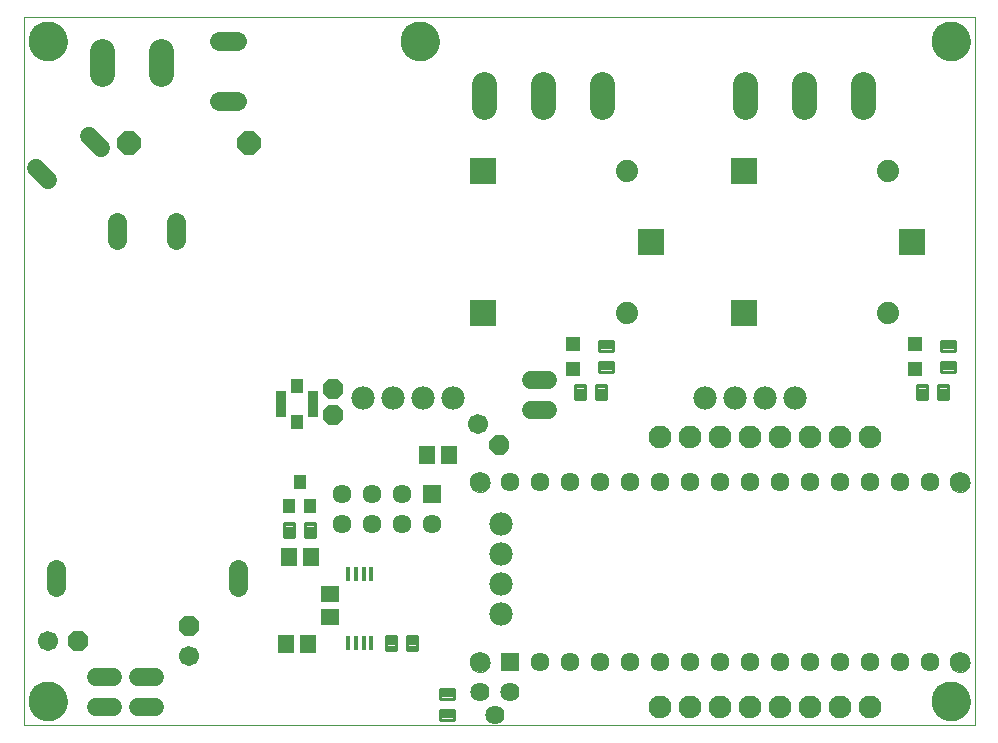
<source format=gts>
G75*
%MOIN*%
%OFA0B0*%
%FSLAX25Y25*%
%IPPOS*%
%LPD*%
%AMOC8*
5,1,8,0,0,1.08239X$1,22.5*
%
%ADD10C,0.00000*%
%ADD11C,0.12998*%
%ADD12R,0.06337X0.06337*%
%ADD13C,0.06337*%
%ADD14C,0.01340*%
%ADD15C,0.06700*%
%ADD16R,0.05518X0.06306*%
%ADD17OC8,0.06700*%
%ADD18R,0.04400X0.04900*%
%ADD19C,0.01100*%
%ADD20R,0.03746X0.09061*%
%ADD21R,0.04337X0.04534*%
%ADD22R,0.09000X0.09000*%
%ADD23C,0.07400*%
%ADD24C,0.08200*%
%ADD25R,0.05124X0.05124*%
%ADD26C,0.07600*%
%ADD27C,0.06337*%
%ADD28C,0.06000*%
%ADD29C,0.06400*%
%ADD30C,0.06900*%
%ADD31C,0.07800*%
%ADD32R,0.01778X0.05124*%
%ADD33R,0.06306X0.05518*%
%ADD34OC8,0.08000*%
%ADD35C,0.06400*%
D10*
X0006435Y0031850D02*
X0323435Y0031850D01*
X0323435Y0267850D01*
X0006435Y0267850D01*
X0006435Y0031850D01*
X0008136Y0039850D02*
X0008138Y0040008D01*
X0008144Y0040166D01*
X0008154Y0040324D01*
X0008168Y0040482D01*
X0008186Y0040639D01*
X0008207Y0040796D01*
X0008233Y0040952D01*
X0008263Y0041108D01*
X0008296Y0041263D01*
X0008334Y0041416D01*
X0008375Y0041569D01*
X0008420Y0041721D01*
X0008469Y0041872D01*
X0008522Y0042021D01*
X0008578Y0042169D01*
X0008638Y0042315D01*
X0008702Y0042460D01*
X0008770Y0042603D01*
X0008841Y0042745D01*
X0008915Y0042885D01*
X0008993Y0043022D01*
X0009075Y0043158D01*
X0009159Y0043292D01*
X0009248Y0043423D01*
X0009339Y0043552D01*
X0009434Y0043679D01*
X0009531Y0043804D01*
X0009632Y0043926D01*
X0009736Y0044045D01*
X0009843Y0044162D01*
X0009953Y0044276D01*
X0010066Y0044387D01*
X0010181Y0044496D01*
X0010299Y0044601D01*
X0010420Y0044703D01*
X0010543Y0044803D01*
X0010669Y0044899D01*
X0010797Y0044992D01*
X0010927Y0045082D01*
X0011060Y0045168D01*
X0011195Y0045252D01*
X0011331Y0045331D01*
X0011470Y0045408D01*
X0011611Y0045480D01*
X0011753Y0045550D01*
X0011897Y0045615D01*
X0012043Y0045677D01*
X0012190Y0045735D01*
X0012339Y0045790D01*
X0012489Y0045841D01*
X0012640Y0045888D01*
X0012792Y0045931D01*
X0012945Y0045970D01*
X0013100Y0046006D01*
X0013255Y0046037D01*
X0013411Y0046065D01*
X0013567Y0046089D01*
X0013724Y0046109D01*
X0013882Y0046125D01*
X0014039Y0046137D01*
X0014198Y0046145D01*
X0014356Y0046149D01*
X0014514Y0046149D01*
X0014672Y0046145D01*
X0014831Y0046137D01*
X0014988Y0046125D01*
X0015146Y0046109D01*
X0015303Y0046089D01*
X0015459Y0046065D01*
X0015615Y0046037D01*
X0015770Y0046006D01*
X0015925Y0045970D01*
X0016078Y0045931D01*
X0016230Y0045888D01*
X0016381Y0045841D01*
X0016531Y0045790D01*
X0016680Y0045735D01*
X0016827Y0045677D01*
X0016973Y0045615D01*
X0017117Y0045550D01*
X0017259Y0045480D01*
X0017400Y0045408D01*
X0017539Y0045331D01*
X0017675Y0045252D01*
X0017810Y0045168D01*
X0017943Y0045082D01*
X0018073Y0044992D01*
X0018201Y0044899D01*
X0018327Y0044803D01*
X0018450Y0044703D01*
X0018571Y0044601D01*
X0018689Y0044496D01*
X0018804Y0044387D01*
X0018917Y0044276D01*
X0019027Y0044162D01*
X0019134Y0044045D01*
X0019238Y0043926D01*
X0019339Y0043804D01*
X0019436Y0043679D01*
X0019531Y0043552D01*
X0019622Y0043423D01*
X0019711Y0043292D01*
X0019795Y0043158D01*
X0019877Y0043022D01*
X0019955Y0042885D01*
X0020029Y0042745D01*
X0020100Y0042603D01*
X0020168Y0042460D01*
X0020232Y0042315D01*
X0020292Y0042169D01*
X0020348Y0042021D01*
X0020401Y0041872D01*
X0020450Y0041721D01*
X0020495Y0041569D01*
X0020536Y0041416D01*
X0020574Y0041263D01*
X0020607Y0041108D01*
X0020637Y0040952D01*
X0020663Y0040796D01*
X0020684Y0040639D01*
X0020702Y0040482D01*
X0020716Y0040324D01*
X0020726Y0040166D01*
X0020732Y0040008D01*
X0020734Y0039850D01*
X0020732Y0039692D01*
X0020726Y0039534D01*
X0020716Y0039376D01*
X0020702Y0039218D01*
X0020684Y0039061D01*
X0020663Y0038904D01*
X0020637Y0038748D01*
X0020607Y0038592D01*
X0020574Y0038437D01*
X0020536Y0038284D01*
X0020495Y0038131D01*
X0020450Y0037979D01*
X0020401Y0037828D01*
X0020348Y0037679D01*
X0020292Y0037531D01*
X0020232Y0037385D01*
X0020168Y0037240D01*
X0020100Y0037097D01*
X0020029Y0036955D01*
X0019955Y0036815D01*
X0019877Y0036678D01*
X0019795Y0036542D01*
X0019711Y0036408D01*
X0019622Y0036277D01*
X0019531Y0036148D01*
X0019436Y0036021D01*
X0019339Y0035896D01*
X0019238Y0035774D01*
X0019134Y0035655D01*
X0019027Y0035538D01*
X0018917Y0035424D01*
X0018804Y0035313D01*
X0018689Y0035204D01*
X0018571Y0035099D01*
X0018450Y0034997D01*
X0018327Y0034897D01*
X0018201Y0034801D01*
X0018073Y0034708D01*
X0017943Y0034618D01*
X0017810Y0034532D01*
X0017675Y0034448D01*
X0017539Y0034369D01*
X0017400Y0034292D01*
X0017259Y0034220D01*
X0017117Y0034150D01*
X0016973Y0034085D01*
X0016827Y0034023D01*
X0016680Y0033965D01*
X0016531Y0033910D01*
X0016381Y0033859D01*
X0016230Y0033812D01*
X0016078Y0033769D01*
X0015925Y0033730D01*
X0015770Y0033694D01*
X0015615Y0033663D01*
X0015459Y0033635D01*
X0015303Y0033611D01*
X0015146Y0033591D01*
X0014988Y0033575D01*
X0014831Y0033563D01*
X0014672Y0033555D01*
X0014514Y0033551D01*
X0014356Y0033551D01*
X0014198Y0033555D01*
X0014039Y0033563D01*
X0013882Y0033575D01*
X0013724Y0033591D01*
X0013567Y0033611D01*
X0013411Y0033635D01*
X0013255Y0033663D01*
X0013100Y0033694D01*
X0012945Y0033730D01*
X0012792Y0033769D01*
X0012640Y0033812D01*
X0012489Y0033859D01*
X0012339Y0033910D01*
X0012190Y0033965D01*
X0012043Y0034023D01*
X0011897Y0034085D01*
X0011753Y0034150D01*
X0011611Y0034220D01*
X0011470Y0034292D01*
X0011331Y0034369D01*
X0011195Y0034448D01*
X0011060Y0034532D01*
X0010927Y0034618D01*
X0010797Y0034708D01*
X0010669Y0034801D01*
X0010543Y0034897D01*
X0010420Y0034997D01*
X0010299Y0035099D01*
X0010181Y0035204D01*
X0010066Y0035313D01*
X0009953Y0035424D01*
X0009843Y0035538D01*
X0009736Y0035655D01*
X0009632Y0035774D01*
X0009531Y0035896D01*
X0009434Y0036021D01*
X0009339Y0036148D01*
X0009248Y0036277D01*
X0009159Y0036408D01*
X0009075Y0036542D01*
X0008993Y0036678D01*
X0008915Y0036815D01*
X0008841Y0036955D01*
X0008770Y0037097D01*
X0008702Y0037240D01*
X0008638Y0037385D01*
X0008578Y0037531D01*
X0008522Y0037679D01*
X0008469Y0037828D01*
X0008420Y0037979D01*
X0008375Y0038131D01*
X0008334Y0038284D01*
X0008296Y0038437D01*
X0008263Y0038592D01*
X0008233Y0038748D01*
X0008207Y0038904D01*
X0008186Y0039061D01*
X0008168Y0039218D01*
X0008154Y0039376D01*
X0008144Y0039534D01*
X0008138Y0039692D01*
X0008136Y0039850D01*
X0155185Y0052850D02*
X0155187Y0052963D01*
X0155193Y0053077D01*
X0155203Y0053190D01*
X0155217Y0053302D01*
X0155234Y0053414D01*
X0155256Y0053526D01*
X0155282Y0053636D01*
X0155311Y0053746D01*
X0155344Y0053854D01*
X0155381Y0053962D01*
X0155422Y0054067D01*
X0155466Y0054172D01*
X0155514Y0054275D01*
X0155565Y0054376D01*
X0155620Y0054475D01*
X0155679Y0054572D01*
X0155741Y0054667D01*
X0155806Y0054760D01*
X0155874Y0054851D01*
X0155945Y0054939D01*
X0156020Y0055025D01*
X0156097Y0055108D01*
X0156177Y0055188D01*
X0156260Y0055265D01*
X0156346Y0055340D01*
X0156434Y0055411D01*
X0156525Y0055479D01*
X0156618Y0055544D01*
X0156713Y0055606D01*
X0156810Y0055665D01*
X0156909Y0055720D01*
X0157010Y0055771D01*
X0157113Y0055819D01*
X0157218Y0055863D01*
X0157323Y0055904D01*
X0157431Y0055941D01*
X0157539Y0055974D01*
X0157649Y0056003D01*
X0157759Y0056029D01*
X0157871Y0056051D01*
X0157983Y0056068D01*
X0158095Y0056082D01*
X0158208Y0056092D01*
X0158322Y0056098D01*
X0158435Y0056100D01*
X0158548Y0056098D01*
X0158662Y0056092D01*
X0158775Y0056082D01*
X0158887Y0056068D01*
X0158999Y0056051D01*
X0159111Y0056029D01*
X0159221Y0056003D01*
X0159331Y0055974D01*
X0159439Y0055941D01*
X0159547Y0055904D01*
X0159652Y0055863D01*
X0159757Y0055819D01*
X0159860Y0055771D01*
X0159961Y0055720D01*
X0160060Y0055665D01*
X0160157Y0055606D01*
X0160252Y0055544D01*
X0160345Y0055479D01*
X0160436Y0055411D01*
X0160524Y0055340D01*
X0160610Y0055265D01*
X0160693Y0055188D01*
X0160773Y0055108D01*
X0160850Y0055025D01*
X0160925Y0054939D01*
X0160996Y0054851D01*
X0161064Y0054760D01*
X0161129Y0054667D01*
X0161191Y0054572D01*
X0161250Y0054475D01*
X0161305Y0054376D01*
X0161356Y0054275D01*
X0161404Y0054172D01*
X0161448Y0054067D01*
X0161489Y0053962D01*
X0161526Y0053854D01*
X0161559Y0053746D01*
X0161588Y0053636D01*
X0161614Y0053526D01*
X0161636Y0053414D01*
X0161653Y0053302D01*
X0161667Y0053190D01*
X0161677Y0053077D01*
X0161683Y0052963D01*
X0161685Y0052850D01*
X0161683Y0052737D01*
X0161677Y0052623D01*
X0161667Y0052510D01*
X0161653Y0052398D01*
X0161636Y0052286D01*
X0161614Y0052174D01*
X0161588Y0052064D01*
X0161559Y0051954D01*
X0161526Y0051846D01*
X0161489Y0051738D01*
X0161448Y0051633D01*
X0161404Y0051528D01*
X0161356Y0051425D01*
X0161305Y0051324D01*
X0161250Y0051225D01*
X0161191Y0051128D01*
X0161129Y0051033D01*
X0161064Y0050940D01*
X0160996Y0050849D01*
X0160925Y0050761D01*
X0160850Y0050675D01*
X0160773Y0050592D01*
X0160693Y0050512D01*
X0160610Y0050435D01*
X0160524Y0050360D01*
X0160436Y0050289D01*
X0160345Y0050221D01*
X0160252Y0050156D01*
X0160157Y0050094D01*
X0160060Y0050035D01*
X0159961Y0049980D01*
X0159860Y0049929D01*
X0159757Y0049881D01*
X0159652Y0049837D01*
X0159547Y0049796D01*
X0159439Y0049759D01*
X0159331Y0049726D01*
X0159221Y0049697D01*
X0159111Y0049671D01*
X0158999Y0049649D01*
X0158887Y0049632D01*
X0158775Y0049618D01*
X0158662Y0049608D01*
X0158548Y0049602D01*
X0158435Y0049600D01*
X0158322Y0049602D01*
X0158208Y0049608D01*
X0158095Y0049618D01*
X0157983Y0049632D01*
X0157871Y0049649D01*
X0157759Y0049671D01*
X0157649Y0049697D01*
X0157539Y0049726D01*
X0157431Y0049759D01*
X0157323Y0049796D01*
X0157218Y0049837D01*
X0157113Y0049881D01*
X0157010Y0049929D01*
X0156909Y0049980D01*
X0156810Y0050035D01*
X0156713Y0050094D01*
X0156618Y0050156D01*
X0156525Y0050221D01*
X0156434Y0050289D01*
X0156346Y0050360D01*
X0156260Y0050435D01*
X0156177Y0050512D01*
X0156097Y0050592D01*
X0156020Y0050675D01*
X0155945Y0050761D01*
X0155874Y0050849D01*
X0155806Y0050940D01*
X0155741Y0051033D01*
X0155679Y0051128D01*
X0155620Y0051225D01*
X0155565Y0051324D01*
X0155514Y0051425D01*
X0155466Y0051528D01*
X0155422Y0051633D01*
X0155381Y0051738D01*
X0155344Y0051846D01*
X0155311Y0051954D01*
X0155282Y0052064D01*
X0155256Y0052174D01*
X0155234Y0052286D01*
X0155217Y0052398D01*
X0155203Y0052510D01*
X0155193Y0052623D01*
X0155187Y0052737D01*
X0155185Y0052850D01*
X0155185Y0112850D02*
X0155187Y0112963D01*
X0155193Y0113077D01*
X0155203Y0113190D01*
X0155217Y0113302D01*
X0155234Y0113414D01*
X0155256Y0113526D01*
X0155282Y0113636D01*
X0155311Y0113746D01*
X0155344Y0113854D01*
X0155381Y0113962D01*
X0155422Y0114067D01*
X0155466Y0114172D01*
X0155514Y0114275D01*
X0155565Y0114376D01*
X0155620Y0114475D01*
X0155679Y0114572D01*
X0155741Y0114667D01*
X0155806Y0114760D01*
X0155874Y0114851D01*
X0155945Y0114939D01*
X0156020Y0115025D01*
X0156097Y0115108D01*
X0156177Y0115188D01*
X0156260Y0115265D01*
X0156346Y0115340D01*
X0156434Y0115411D01*
X0156525Y0115479D01*
X0156618Y0115544D01*
X0156713Y0115606D01*
X0156810Y0115665D01*
X0156909Y0115720D01*
X0157010Y0115771D01*
X0157113Y0115819D01*
X0157218Y0115863D01*
X0157323Y0115904D01*
X0157431Y0115941D01*
X0157539Y0115974D01*
X0157649Y0116003D01*
X0157759Y0116029D01*
X0157871Y0116051D01*
X0157983Y0116068D01*
X0158095Y0116082D01*
X0158208Y0116092D01*
X0158322Y0116098D01*
X0158435Y0116100D01*
X0158548Y0116098D01*
X0158662Y0116092D01*
X0158775Y0116082D01*
X0158887Y0116068D01*
X0158999Y0116051D01*
X0159111Y0116029D01*
X0159221Y0116003D01*
X0159331Y0115974D01*
X0159439Y0115941D01*
X0159547Y0115904D01*
X0159652Y0115863D01*
X0159757Y0115819D01*
X0159860Y0115771D01*
X0159961Y0115720D01*
X0160060Y0115665D01*
X0160157Y0115606D01*
X0160252Y0115544D01*
X0160345Y0115479D01*
X0160436Y0115411D01*
X0160524Y0115340D01*
X0160610Y0115265D01*
X0160693Y0115188D01*
X0160773Y0115108D01*
X0160850Y0115025D01*
X0160925Y0114939D01*
X0160996Y0114851D01*
X0161064Y0114760D01*
X0161129Y0114667D01*
X0161191Y0114572D01*
X0161250Y0114475D01*
X0161305Y0114376D01*
X0161356Y0114275D01*
X0161404Y0114172D01*
X0161448Y0114067D01*
X0161489Y0113962D01*
X0161526Y0113854D01*
X0161559Y0113746D01*
X0161588Y0113636D01*
X0161614Y0113526D01*
X0161636Y0113414D01*
X0161653Y0113302D01*
X0161667Y0113190D01*
X0161677Y0113077D01*
X0161683Y0112963D01*
X0161685Y0112850D01*
X0161683Y0112737D01*
X0161677Y0112623D01*
X0161667Y0112510D01*
X0161653Y0112398D01*
X0161636Y0112286D01*
X0161614Y0112174D01*
X0161588Y0112064D01*
X0161559Y0111954D01*
X0161526Y0111846D01*
X0161489Y0111738D01*
X0161448Y0111633D01*
X0161404Y0111528D01*
X0161356Y0111425D01*
X0161305Y0111324D01*
X0161250Y0111225D01*
X0161191Y0111128D01*
X0161129Y0111033D01*
X0161064Y0110940D01*
X0160996Y0110849D01*
X0160925Y0110761D01*
X0160850Y0110675D01*
X0160773Y0110592D01*
X0160693Y0110512D01*
X0160610Y0110435D01*
X0160524Y0110360D01*
X0160436Y0110289D01*
X0160345Y0110221D01*
X0160252Y0110156D01*
X0160157Y0110094D01*
X0160060Y0110035D01*
X0159961Y0109980D01*
X0159860Y0109929D01*
X0159757Y0109881D01*
X0159652Y0109837D01*
X0159547Y0109796D01*
X0159439Y0109759D01*
X0159331Y0109726D01*
X0159221Y0109697D01*
X0159111Y0109671D01*
X0158999Y0109649D01*
X0158887Y0109632D01*
X0158775Y0109618D01*
X0158662Y0109608D01*
X0158548Y0109602D01*
X0158435Y0109600D01*
X0158322Y0109602D01*
X0158208Y0109608D01*
X0158095Y0109618D01*
X0157983Y0109632D01*
X0157871Y0109649D01*
X0157759Y0109671D01*
X0157649Y0109697D01*
X0157539Y0109726D01*
X0157431Y0109759D01*
X0157323Y0109796D01*
X0157218Y0109837D01*
X0157113Y0109881D01*
X0157010Y0109929D01*
X0156909Y0109980D01*
X0156810Y0110035D01*
X0156713Y0110094D01*
X0156618Y0110156D01*
X0156525Y0110221D01*
X0156434Y0110289D01*
X0156346Y0110360D01*
X0156260Y0110435D01*
X0156177Y0110512D01*
X0156097Y0110592D01*
X0156020Y0110675D01*
X0155945Y0110761D01*
X0155874Y0110849D01*
X0155806Y0110940D01*
X0155741Y0111033D01*
X0155679Y0111128D01*
X0155620Y0111225D01*
X0155565Y0111324D01*
X0155514Y0111425D01*
X0155466Y0111528D01*
X0155422Y0111633D01*
X0155381Y0111738D01*
X0155344Y0111846D01*
X0155311Y0111954D01*
X0155282Y0112064D01*
X0155256Y0112174D01*
X0155234Y0112286D01*
X0155217Y0112398D01*
X0155203Y0112510D01*
X0155193Y0112623D01*
X0155187Y0112737D01*
X0155185Y0112850D01*
X0309136Y0039850D02*
X0309138Y0040008D01*
X0309144Y0040166D01*
X0309154Y0040324D01*
X0309168Y0040482D01*
X0309186Y0040639D01*
X0309207Y0040796D01*
X0309233Y0040952D01*
X0309263Y0041108D01*
X0309296Y0041263D01*
X0309334Y0041416D01*
X0309375Y0041569D01*
X0309420Y0041721D01*
X0309469Y0041872D01*
X0309522Y0042021D01*
X0309578Y0042169D01*
X0309638Y0042315D01*
X0309702Y0042460D01*
X0309770Y0042603D01*
X0309841Y0042745D01*
X0309915Y0042885D01*
X0309993Y0043022D01*
X0310075Y0043158D01*
X0310159Y0043292D01*
X0310248Y0043423D01*
X0310339Y0043552D01*
X0310434Y0043679D01*
X0310531Y0043804D01*
X0310632Y0043926D01*
X0310736Y0044045D01*
X0310843Y0044162D01*
X0310953Y0044276D01*
X0311066Y0044387D01*
X0311181Y0044496D01*
X0311299Y0044601D01*
X0311420Y0044703D01*
X0311543Y0044803D01*
X0311669Y0044899D01*
X0311797Y0044992D01*
X0311927Y0045082D01*
X0312060Y0045168D01*
X0312195Y0045252D01*
X0312331Y0045331D01*
X0312470Y0045408D01*
X0312611Y0045480D01*
X0312753Y0045550D01*
X0312897Y0045615D01*
X0313043Y0045677D01*
X0313190Y0045735D01*
X0313339Y0045790D01*
X0313489Y0045841D01*
X0313640Y0045888D01*
X0313792Y0045931D01*
X0313945Y0045970D01*
X0314100Y0046006D01*
X0314255Y0046037D01*
X0314411Y0046065D01*
X0314567Y0046089D01*
X0314724Y0046109D01*
X0314882Y0046125D01*
X0315039Y0046137D01*
X0315198Y0046145D01*
X0315356Y0046149D01*
X0315514Y0046149D01*
X0315672Y0046145D01*
X0315831Y0046137D01*
X0315988Y0046125D01*
X0316146Y0046109D01*
X0316303Y0046089D01*
X0316459Y0046065D01*
X0316615Y0046037D01*
X0316770Y0046006D01*
X0316925Y0045970D01*
X0317078Y0045931D01*
X0317230Y0045888D01*
X0317381Y0045841D01*
X0317531Y0045790D01*
X0317680Y0045735D01*
X0317827Y0045677D01*
X0317973Y0045615D01*
X0318117Y0045550D01*
X0318259Y0045480D01*
X0318400Y0045408D01*
X0318539Y0045331D01*
X0318675Y0045252D01*
X0318810Y0045168D01*
X0318943Y0045082D01*
X0319073Y0044992D01*
X0319201Y0044899D01*
X0319327Y0044803D01*
X0319450Y0044703D01*
X0319571Y0044601D01*
X0319689Y0044496D01*
X0319804Y0044387D01*
X0319917Y0044276D01*
X0320027Y0044162D01*
X0320134Y0044045D01*
X0320238Y0043926D01*
X0320339Y0043804D01*
X0320436Y0043679D01*
X0320531Y0043552D01*
X0320622Y0043423D01*
X0320711Y0043292D01*
X0320795Y0043158D01*
X0320877Y0043022D01*
X0320955Y0042885D01*
X0321029Y0042745D01*
X0321100Y0042603D01*
X0321168Y0042460D01*
X0321232Y0042315D01*
X0321292Y0042169D01*
X0321348Y0042021D01*
X0321401Y0041872D01*
X0321450Y0041721D01*
X0321495Y0041569D01*
X0321536Y0041416D01*
X0321574Y0041263D01*
X0321607Y0041108D01*
X0321637Y0040952D01*
X0321663Y0040796D01*
X0321684Y0040639D01*
X0321702Y0040482D01*
X0321716Y0040324D01*
X0321726Y0040166D01*
X0321732Y0040008D01*
X0321734Y0039850D01*
X0321732Y0039692D01*
X0321726Y0039534D01*
X0321716Y0039376D01*
X0321702Y0039218D01*
X0321684Y0039061D01*
X0321663Y0038904D01*
X0321637Y0038748D01*
X0321607Y0038592D01*
X0321574Y0038437D01*
X0321536Y0038284D01*
X0321495Y0038131D01*
X0321450Y0037979D01*
X0321401Y0037828D01*
X0321348Y0037679D01*
X0321292Y0037531D01*
X0321232Y0037385D01*
X0321168Y0037240D01*
X0321100Y0037097D01*
X0321029Y0036955D01*
X0320955Y0036815D01*
X0320877Y0036678D01*
X0320795Y0036542D01*
X0320711Y0036408D01*
X0320622Y0036277D01*
X0320531Y0036148D01*
X0320436Y0036021D01*
X0320339Y0035896D01*
X0320238Y0035774D01*
X0320134Y0035655D01*
X0320027Y0035538D01*
X0319917Y0035424D01*
X0319804Y0035313D01*
X0319689Y0035204D01*
X0319571Y0035099D01*
X0319450Y0034997D01*
X0319327Y0034897D01*
X0319201Y0034801D01*
X0319073Y0034708D01*
X0318943Y0034618D01*
X0318810Y0034532D01*
X0318675Y0034448D01*
X0318539Y0034369D01*
X0318400Y0034292D01*
X0318259Y0034220D01*
X0318117Y0034150D01*
X0317973Y0034085D01*
X0317827Y0034023D01*
X0317680Y0033965D01*
X0317531Y0033910D01*
X0317381Y0033859D01*
X0317230Y0033812D01*
X0317078Y0033769D01*
X0316925Y0033730D01*
X0316770Y0033694D01*
X0316615Y0033663D01*
X0316459Y0033635D01*
X0316303Y0033611D01*
X0316146Y0033591D01*
X0315988Y0033575D01*
X0315831Y0033563D01*
X0315672Y0033555D01*
X0315514Y0033551D01*
X0315356Y0033551D01*
X0315198Y0033555D01*
X0315039Y0033563D01*
X0314882Y0033575D01*
X0314724Y0033591D01*
X0314567Y0033611D01*
X0314411Y0033635D01*
X0314255Y0033663D01*
X0314100Y0033694D01*
X0313945Y0033730D01*
X0313792Y0033769D01*
X0313640Y0033812D01*
X0313489Y0033859D01*
X0313339Y0033910D01*
X0313190Y0033965D01*
X0313043Y0034023D01*
X0312897Y0034085D01*
X0312753Y0034150D01*
X0312611Y0034220D01*
X0312470Y0034292D01*
X0312331Y0034369D01*
X0312195Y0034448D01*
X0312060Y0034532D01*
X0311927Y0034618D01*
X0311797Y0034708D01*
X0311669Y0034801D01*
X0311543Y0034897D01*
X0311420Y0034997D01*
X0311299Y0035099D01*
X0311181Y0035204D01*
X0311066Y0035313D01*
X0310953Y0035424D01*
X0310843Y0035538D01*
X0310736Y0035655D01*
X0310632Y0035774D01*
X0310531Y0035896D01*
X0310434Y0036021D01*
X0310339Y0036148D01*
X0310248Y0036277D01*
X0310159Y0036408D01*
X0310075Y0036542D01*
X0309993Y0036678D01*
X0309915Y0036815D01*
X0309841Y0036955D01*
X0309770Y0037097D01*
X0309702Y0037240D01*
X0309638Y0037385D01*
X0309578Y0037531D01*
X0309522Y0037679D01*
X0309469Y0037828D01*
X0309420Y0037979D01*
X0309375Y0038131D01*
X0309334Y0038284D01*
X0309296Y0038437D01*
X0309263Y0038592D01*
X0309233Y0038748D01*
X0309207Y0038904D01*
X0309186Y0039061D01*
X0309168Y0039218D01*
X0309154Y0039376D01*
X0309144Y0039534D01*
X0309138Y0039692D01*
X0309136Y0039850D01*
X0315185Y0052850D02*
X0315187Y0052963D01*
X0315193Y0053077D01*
X0315203Y0053190D01*
X0315217Y0053302D01*
X0315234Y0053414D01*
X0315256Y0053526D01*
X0315282Y0053636D01*
X0315311Y0053746D01*
X0315344Y0053854D01*
X0315381Y0053962D01*
X0315422Y0054067D01*
X0315466Y0054172D01*
X0315514Y0054275D01*
X0315565Y0054376D01*
X0315620Y0054475D01*
X0315679Y0054572D01*
X0315741Y0054667D01*
X0315806Y0054760D01*
X0315874Y0054851D01*
X0315945Y0054939D01*
X0316020Y0055025D01*
X0316097Y0055108D01*
X0316177Y0055188D01*
X0316260Y0055265D01*
X0316346Y0055340D01*
X0316434Y0055411D01*
X0316525Y0055479D01*
X0316618Y0055544D01*
X0316713Y0055606D01*
X0316810Y0055665D01*
X0316909Y0055720D01*
X0317010Y0055771D01*
X0317113Y0055819D01*
X0317218Y0055863D01*
X0317323Y0055904D01*
X0317431Y0055941D01*
X0317539Y0055974D01*
X0317649Y0056003D01*
X0317759Y0056029D01*
X0317871Y0056051D01*
X0317983Y0056068D01*
X0318095Y0056082D01*
X0318208Y0056092D01*
X0318322Y0056098D01*
X0318435Y0056100D01*
X0318548Y0056098D01*
X0318662Y0056092D01*
X0318775Y0056082D01*
X0318887Y0056068D01*
X0318999Y0056051D01*
X0319111Y0056029D01*
X0319221Y0056003D01*
X0319331Y0055974D01*
X0319439Y0055941D01*
X0319547Y0055904D01*
X0319652Y0055863D01*
X0319757Y0055819D01*
X0319860Y0055771D01*
X0319961Y0055720D01*
X0320060Y0055665D01*
X0320157Y0055606D01*
X0320252Y0055544D01*
X0320345Y0055479D01*
X0320436Y0055411D01*
X0320524Y0055340D01*
X0320610Y0055265D01*
X0320693Y0055188D01*
X0320773Y0055108D01*
X0320850Y0055025D01*
X0320925Y0054939D01*
X0320996Y0054851D01*
X0321064Y0054760D01*
X0321129Y0054667D01*
X0321191Y0054572D01*
X0321250Y0054475D01*
X0321305Y0054376D01*
X0321356Y0054275D01*
X0321404Y0054172D01*
X0321448Y0054067D01*
X0321489Y0053962D01*
X0321526Y0053854D01*
X0321559Y0053746D01*
X0321588Y0053636D01*
X0321614Y0053526D01*
X0321636Y0053414D01*
X0321653Y0053302D01*
X0321667Y0053190D01*
X0321677Y0053077D01*
X0321683Y0052963D01*
X0321685Y0052850D01*
X0321683Y0052737D01*
X0321677Y0052623D01*
X0321667Y0052510D01*
X0321653Y0052398D01*
X0321636Y0052286D01*
X0321614Y0052174D01*
X0321588Y0052064D01*
X0321559Y0051954D01*
X0321526Y0051846D01*
X0321489Y0051738D01*
X0321448Y0051633D01*
X0321404Y0051528D01*
X0321356Y0051425D01*
X0321305Y0051324D01*
X0321250Y0051225D01*
X0321191Y0051128D01*
X0321129Y0051033D01*
X0321064Y0050940D01*
X0320996Y0050849D01*
X0320925Y0050761D01*
X0320850Y0050675D01*
X0320773Y0050592D01*
X0320693Y0050512D01*
X0320610Y0050435D01*
X0320524Y0050360D01*
X0320436Y0050289D01*
X0320345Y0050221D01*
X0320252Y0050156D01*
X0320157Y0050094D01*
X0320060Y0050035D01*
X0319961Y0049980D01*
X0319860Y0049929D01*
X0319757Y0049881D01*
X0319652Y0049837D01*
X0319547Y0049796D01*
X0319439Y0049759D01*
X0319331Y0049726D01*
X0319221Y0049697D01*
X0319111Y0049671D01*
X0318999Y0049649D01*
X0318887Y0049632D01*
X0318775Y0049618D01*
X0318662Y0049608D01*
X0318548Y0049602D01*
X0318435Y0049600D01*
X0318322Y0049602D01*
X0318208Y0049608D01*
X0318095Y0049618D01*
X0317983Y0049632D01*
X0317871Y0049649D01*
X0317759Y0049671D01*
X0317649Y0049697D01*
X0317539Y0049726D01*
X0317431Y0049759D01*
X0317323Y0049796D01*
X0317218Y0049837D01*
X0317113Y0049881D01*
X0317010Y0049929D01*
X0316909Y0049980D01*
X0316810Y0050035D01*
X0316713Y0050094D01*
X0316618Y0050156D01*
X0316525Y0050221D01*
X0316434Y0050289D01*
X0316346Y0050360D01*
X0316260Y0050435D01*
X0316177Y0050512D01*
X0316097Y0050592D01*
X0316020Y0050675D01*
X0315945Y0050761D01*
X0315874Y0050849D01*
X0315806Y0050940D01*
X0315741Y0051033D01*
X0315679Y0051128D01*
X0315620Y0051225D01*
X0315565Y0051324D01*
X0315514Y0051425D01*
X0315466Y0051528D01*
X0315422Y0051633D01*
X0315381Y0051738D01*
X0315344Y0051846D01*
X0315311Y0051954D01*
X0315282Y0052064D01*
X0315256Y0052174D01*
X0315234Y0052286D01*
X0315217Y0052398D01*
X0315203Y0052510D01*
X0315193Y0052623D01*
X0315187Y0052737D01*
X0315185Y0052850D01*
X0315185Y0112850D02*
X0315187Y0112963D01*
X0315193Y0113077D01*
X0315203Y0113190D01*
X0315217Y0113302D01*
X0315234Y0113414D01*
X0315256Y0113526D01*
X0315282Y0113636D01*
X0315311Y0113746D01*
X0315344Y0113854D01*
X0315381Y0113962D01*
X0315422Y0114067D01*
X0315466Y0114172D01*
X0315514Y0114275D01*
X0315565Y0114376D01*
X0315620Y0114475D01*
X0315679Y0114572D01*
X0315741Y0114667D01*
X0315806Y0114760D01*
X0315874Y0114851D01*
X0315945Y0114939D01*
X0316020Y0115025D01*
X0316097Y0115108D01*
X0316177Y0115188D01*
X0316260Y0115265D01*
X0316346Y0115340D01*
X0316434Y0115411D01*
X0316525Y0115479D01*
X0316618Y0115544D01*
X0316713Y0115606D01*
X0316810Y0115665D01*
X0316909Y0115720D01*
X0317010Y0115771D01*
X0317113Y0115819D01*
X0317218Y0115863D01*
X0317323Y0115904D01*
X0317431Y0115941D01*
X0317539Y0115974D01*
X0317649Y0116003D01*
X0317759Y0116029D01*
X0317871Y0116051D01*
X0317983Y0116068D01*
X0318095Y0116082D01*
X0318208Y0116092D01*
X0318322Y0116098D01*
X0318435Y0116100D01*
X0318548Y0116098D01*
X0318662Y0116092D01*
X0318775Y0116082D01*
X0318887Y0116068D01*
X0318999Y0116051D01*
X0319111Y0116029D01*
X0319221Y0116003D01*
X0319331Y0115974D01*
X0319439Y0115941D01*
X0319547Y0115904D01*
X0319652Y0115863D01*
X0319757Y0115819D01*
X0319860Y0115771D01*
X0319961Y0115720D01*
X0320060Y0115665D01*
X0320157Y0115606D01*
X0320252Y0115544D01*
X0320345Y0115479D01*
X0320436Y0115411D01*
X0320524Y0115340D01*
X0320610Y0115265D01*
X0320693Y0115188D01*
X0320773Y0115108D01*
X0320850Y0115025D01*
X0320925Y0114939D01*
X0320996Y0114851D01*
X0321064Y0114760D01*
X0321129Y0114667D01*
X0321191Y0114572D01*
X0321250Y0114475D01*
X0321305Y0114376D01*
X0321356Y0114275D01*
X0321404Y0114172D01*
X0321448Y0114067D01*
X0321489Y0113962D01*
X0321526Y0113854D01*
X0321559Y0113746D01*
X0321588Y0113636D01*
X0321614Y0113526D01*
X0321636Y0113414D01*
X0321653Y0113302D01*
X0321667Y0113190D01*
X0321677Y0113077D01*
X0321683Y0112963D01*
X0321685Y0112850D01*
X0321683Y0112737D01*
X0321677Y0112623D01*
X0321667Y0112510D01*
X0321653Y0112398D01*
X0321636Y0112286D01*
X0321614Y0112174D01*
X0321588Y0112064D01*
X0321559Y0111954D01*
X0321526Y0111846D01*
X0321489Y0111738D01*
X0321448Y0111633D01*
X0321404Y0111528D01*
X0321356Y0111425D01*
X0321305Y0111324D01*
X0321250Y0111225D01*
X0321191Y0111128D01*
X0321129Y0111033D01*
X0321064Y0110940D01*
X0320996Y0110849D01*
X0320925Y0110761D01*
X0320850Y0110675D01*
X0320773Y0110592D01*
X0320693Y0110512D01*
X0320610Y0110435D01*
X0320524Y0110360D01*
X0320436Y0110289D01*
X0320345Y0110221D01*
X0320252Y0110156D01*
X0320157Y0110094D01*
X0320060Y0110035D01*
X0319961Y0109980D01*
X0319860Y0109929D01*
X0319757Y0109881D01*
X0319652Y0109837D01*
X0319547Y0109796D01*
X0319439Y0109759D01*
X0319331Y0109726D01*
X0319221Y0109697D01*
X0319111Y0109671D01*
X0318999Y0109649D01*
X0318887Y0109632D01*
X0318775Y0109618D01*
X0318662Y0109608D01*
X0318548Y0109602D01*
X0318435Y0109600D01*
X0318322Y0109602D01*
X0318208Y0109608D01*
X0318095Y0109618D01*
X0317983Y0109632D01*
X0317871Y0109649D01*
X0317759Y0109671D01*
X0317649Y0109697D01*
X0317539Y0109726D01*
X0317431Y0109759D01*
X0317323Y0109796D01*
X0317218Y0109837D01*
X0317113Y0109881D01*
X0317010Y0109929D01*
X0316909Y0109980D01*
X0316810Y0110035D01*
X0316713Y0110094D01*
X0316618Y0110156D01*
X0316525Y0110221D01*
X0316434Y0110289D01*
X0316346Y0110360D01*
X0316260Y0110435D01*
X0316177Y0110512D01*
X0316097Y0110592D01*
X0316020Y0110675D01*
X0315945Y0110761D01*
X0315874Y0110849D01*
X0315806Y0110940D01*
X0315741Y0111033D01*
X0315679Y0111128D01*
X0315620Y0111225D01*
X0315565Y0111324D01*
X0315514Y0111425D01*
X0315466Y0111528D01*
X0315422Y0111633D01*
X0315381Y0111738D01*
X0315344Y0111846D01*
X0315311Y0111954D01*
X0315282Y0112064D01*
X0315256Y0112174D01*
X0315234Y0112286D01*
X0315217Y0112398D01*
X0315203Y0112510D01*
X0315193Y0112623D01*
X0315187Y0112737D01*
X0315185Y0112850D01*
X0309136Y0259850D02*
X0309138Y0260008D01*
X0309144Y0260166D01*
X0309154Y0260324D01*
X0309168Y0260482D01*
X0309186Y0260639D01*
X0309207Y0260796D01*
X0309233Y0260952D01*
X0309263Y0261108D01*
X0309296Y0261263D01*
X0309334Y0261416D01*
X0309375Y0261569D01*
X0309420Y0261721D01*
X0309469Y0261872D01*
X0309522Y0262021D01*
X0309578Y0262169D01*
X0309638Y0262315D01*
X0309702Y0262460D01*
X0309770Y0262603D01*
X0309841Y0262745D01*
X0309915Y0262885D01*
X0309993Y0263022D01*
X0310075Y0263158D01*
X0310159Y0263292D01*
X0310248Y0263423D01*
X0310339Y0263552D01*
X0310434Y0263679D01*
X0310531Y0263804D01*
X0310632Y0263926D01*
X0310736Y0264045D01*
X0310843Y0264162D01*
X0310953Y0264276D01*
X0311066Y0264387D01*
X0311181Y0264496D01*
X0311299Y0264601D01*
X0311420Y0264703D01*
X0311543Y0264803D01*
X0311669Y0264899D01*
X0311797Y0264992D01*
X0311927Y0265082D01*
X0312060Y0265168D01*
X0312195Y0265252D01*
X0312331Y0265331D01*
X0312470Y0265408D01*
X0312611Y0265480D01*
X0312753Y0265550D01*
X0312897Y0265615D01*
X0313043Y0265677D01*
X0313190Y0265735D01*
X0313339Y0265790D01*
X0313489Y0265841D01*
X0313640Y0265888D01*
X0313792Y0265931D01*
X0313945Y0265970D01*
X0314100Y0266006D01*
X0314255Y0266037D01*
X0314411Y0266065D01*
X0314567Y0266089D01*
X0314724Y0266109D01*
X0314882Y0266125D01*
X0315039Y0266137D01*
X0315198Y0266145D01*
X0315356Y0266149D01*
X0315514Y0266149D01*
X0315672Y0266145D01*
X0315831Y0266137D01*
X0315988Y0266125D01*
X0316146Y0266109D01*
X0316303Y0266089D01*
X0316459Y0266065D01*
X0316615Y0266037D01*
X0316770Y0266006D01*
X0316925Y0265970D01*
X0317078Y0265931D01*
X0317230Y0265888D01*
X0317381Y0265841D01*
X0317531Y0265790D01*
X0317680Y0265735D01*
X0317827Y0265677D01*
X0317973Y0265615D01*
X0318117Y0265550D01*
X0318259Y0265480D01*
X0318400Y0265408D01*
X0318539Y0265331D01*
X0318675Y0265252D01*
X0318810Y0265168D01*
X0318943Y0265082D01*
X0319073Y0264992D01*
X0319201Y0264899D01*
X0319327Y0264803D01*
X0319450Y0264703D01*
X0319571Y0264601D01*
X0319689Y0264496D01*
X0319804Y0264387D01*
X0319917Y0264276D01*
X0320027Y0264162D01*
X0320134Y0264045D01*
X0320238Y0263926D01*
X0320339Y0263804D01*
X0320436Y0263679D01*
X0320531Y0263552D01*
X0320622Y0263423D01*
X0320711Y0263292D01*
X0320795Y0263158D01*
X0320877Y0263022D01*
X0320955Y0262885D01*
X0321029Y0262745D01*
X0321100Y0262603D01*
X0321168Y0262460D01*
X0321232Y0262315D01*
X0321292Y0262169D01*
X0321348Y0262021D01*
X0321401Y0261872D01*
X0321450Y0261721D01*
X0321495Y0261569D01*
X0321536Y0261416D01*
X0321574Y0261263D01*
X0321607Y0261108D01*
X0321637Y0260952D01*
X0321663Y0260796D01*
X0321684Y0260639D01*
X0321702Y0260482D01*
X0321716Y0260324D01*
X0321726Y0260166D01*
X0321732Y0260008D01*
X0321734Y0259850D01*
X0321732Y0259692D01*
X0321726Y0259534D01*
X0321716Y0259376D01*
X0321702Y0259218D01*
X0321684Y0259061D01*
X0321663Y0258904D01*
X0321637Y0258748D01*
X0321607Y0258592D01*
X0321574Y0258437D01*
X0321536Y0258284D01*
X0321495Y0258131D01*
X0321450Y0257979D01*
X0321401Y0257828D01*
X0321348Y0257679D01*
X0321292Y0257531D01*
X0321232Y0257385D01*
X0321168Y0257240D01*
X0321100Y0257097D01*
X0321029Y0256955D01*
X0320955Y0256815D01*
X0320877Y0256678D01*
X0320795Y0256542D01*
X0320711Y0256408D01*
X0320622Y0256277D01*
X0320531Y0256148D01*
X0320436Y0256021D01*
X0320339Y0255896D01*
X0320238Y0255774D01*
X0320134Y0255655D01*
X0320027Y0255538D01*
X0319917Y0255424D01*
X0319804Y0255313D01*
X0319689Y0255204D01*
X0319571Y0255099D01*
X0319450Y0254997D01*
X0319327Y0254897D01*
X0319201Y0254801D01*
X0319073Y0254708D01*
X0318943Y0254618D01*
X0318810Y0254532D01*
X0318675Y0254448D01*
X0318539Y0254369D01*
X0318400Y0254292D01*
X0318259Y0254220D01*
X0318117Y0254150D01*
X0317973Y0254085D01*
X0317827Y0254023D01*
X0317680Y0253965D01*
X0317531Y0253910D01*
X0317381Y0253859D01*
X0317230Y0253812D01*
X0317078Y0253769D01*
X0316925Y0253730D01*
X0316770Y0253694D01*
X0316615Y0253663D01*
X0316459Y0253635D01*
X0316303Y0253611D01*
X0316146Y0253591D01*
X0315988Y0253575D01*
X0315831Y0253563D01*
X0315672Y0253555D01*
X0315514Y0253551D01*
X0315356Y0253551D01*
X0315198Y0253555D01*
X0315039Y0253563D01*
X0314882Y0253575D01*
X0314724Y0253591D01*
X0314567Y0253611D01*
X0314411Y0253635D01*
X0314255Y0253663D01*
X0314100Y0253694D01*
X0313945Y0253730D01*
X0313792Y0253769D01*
X0313640Y0253812D01*
X0313489Y0253859D01*
X0313339Y0253910D01*
X0313190Y0253965D01*
X0313043Y0254023D01*
X0312897Y0254085D01*
X0312753Y0254150D01*
X0312611Y0254220D01*
X0312470Y0254292D01*
X0312331Y0254369D01*
X0312195Y0254448D01*
X0312060Y0254532D01*
X0311927Y0254618D01*
X0311797Y0254708D01*
X0311669Y0254801D01*
X0311543Y0254897D01*
X0311420Y0254997D01*
X0311299Y0255099D01*
X0311181Y0255204D01*
X0311066Y0255313D01*
X0310953Y0255424D01*
X0310843Y0255538D01*
X0310736Y0255655D01*
X0310632Y0255774D01*
X0310531Y0255896D01*
X0310434Y0256021D01*
X0310339Y0256148D01*
X0310248Y0256277D01*
X0310159Y0256408D01*
X0310075Y0256542D01*
X0309993Y0256678D01*
X0309915Y0256815D01*
X0309841Y0256955D01*
X0309770Y0257097D01*
X0309702Y0257240D01*
X0309638Y0257385D01*
X0309578Y0257531D01*
X0309522Y0257679D01*
X0309469Y0257828D01*
X0309420Y0257979D01*
X0309375Y0258131D01*
X0309334Y0258284D01*
X0309296Y0258437D01*
X0309263Y0258592D01*
X0309233Y0258748D01*
X0309207Y0258904D01*
X0309186Y0259061D01*
X0309168Y0259218D01*
X0309154Y0259376D01*
X0309144Y0259534D01*
X0309138Y0259692D01*
X0309136Y0259850D01*
X0132136Y0259850D02*
X0132138Y0260008D01*
X0132144Y0260166D01*
X0132154Y0260324D01*
X0132168Y0260482D01*
X0132186Y0260639D01*
X0132207Y0260796D01*
X0132233Y0260952D01*
X0132263Y0261108D01*
X0132296Y0261263D01*
X0132334Y0261416D01*
X0132375Y0261569D01*
X0132420Y0261721D01*
X0132469Y0261872D01*
X0132522Y0262021D01*
X0132578Y0262169D01*
X0132638Y0262315D01*
X0132702Y0262460D01*
X0132770Y0262603D01*
X0132841Y0262745D01*
X0132915Y0262885D01*
X0132993Y0263022D01*
X0133075Y0263158D01*
X0133159Y0263292D01*
X0133248Y0263423D01*
X0133339Y0263552D01*
X0133434Y0263679D01*
X0133531Y0263804D01*
X0133632Y0263926D01*
X0133736Y0264045D01*
X0133843Y0264162D01*
X0133953Y0264276D01*
X0134066Y0264387D01*
X0134181Y0264496D01*
X0134299Y0264601D01*
X0134420Y0264703D01*
X0134543Y0264803D01*
X0134669Y0264899D01*
X0134797Y0264992D01*
X0134927Y0265082D01*
X0135060Y0265168D01*
X0135195Y0265252D01*
X0135331Y0265331D01*
X0135470Y0265408D01*
X0135611Y0265480D01*
X0135753Y0265550D01*
X0135897Y0265615D01*
X0136043Y0265677D01*
X0136190Y0265735D01*
X0136339Y0265790D01*
X0136489Y0265841D01*
X0136640Y0265888D01*
X0136792Y0265931D01*
X0136945Y0265970D01*
X0137100Y0266006D01*
X0137255Y0266037D01*
X0137411Y0266065D01*
X0137567Y0266089D01*
X0137724Y0266109D01*
X0137882Y0266125D01*
X0138039Y0266137D01*
X0138198Y0266145D01*
X0138356Y0266149D01*
X0138514Y0266149D01*
X0138672Y0266145D01*
X0138831Y0266137D01*
X0138988Y0266125D01*
X0139146Y0266109D01*
X0139303Y0266089D01*
X0139459Y0266065D01*
X0139615Y0266037D01*
X0139770Y0266006D01*
X0139925Y0265970D01*
X0140078Y0265931D01*
X0140230Y0265888D01*
X0140381Y0265841D01*
X0140531Y0265790D01*
X0140680Y0265735D01*
X0140827Y0265677D01*
X0140973Y0265615D01*
X0141117Y0265550D01*
X0141259Y0265480D01*
X0141400Y0265408D01*
X0141539Y0265331D01*
X0141675Y0265252D01*
X0141810Y0265168D01*
X0141943Y0265082D01*
X0142073Y0264992D01*
X0142201Y0264899D01*
X0142327Y0264803D01*
X0142450Y0264703D01*
X0142571Y0264601D01*
X0142689Y0264496D01*
X0142804Y0264387D01*
X0142917Y0264276D01*
X0143027Y0264162D01*
X0143134Y0264045D01*
X0143238Y0263926D01*
X0143339Y0263804D01*
X0143436Y0263679D01*
X0143531Y0263552D01*
X0143622Y0263423D01*
X0143711Y0263292D01*
X0143795Y0263158D01*
X0143877Y0263022D01*
X0143955Y0262885D01*
X0144029Y0262745D01*
X0144100Y0262603D01*
X0144168Y0262460D01*
X0144232Y0262315D01*
X0144292Y0262169D01*
X0144348Y0262021D01*
X0144401Y0261872D01*
X0144450Y0261721D01*
X0144495Y0261569D01*
X0144536Y0261416D01*
X0144574Y0261263D01*
X0144607Y0261108D01*
X0144637Y0260952D01*
X0144663Y0260796D01*
X0144684Y0260639D01*
X0144702Y0260482D01*
X0144716Y0260324D01*
X0144726Y0260166D01*
X0144732Y0260008D01*
X0144734Y0259850D01*
X0144732Y0259692D01*
X0144726Y0259534D01*
X0144716Y0259376D01*
X0144702Y0259218D01*
X0144684Y0259061D01*
X0144663Y0258904D01*
X0144637Y0258748D01*
X0144607Y0258592D01*
X0144574Y0258437D01*
X0144536Y0258284D01*
X0144495Y0258131D01*
X0144450Y0257979D01*
X0144401Y0257828D01*
X0144348Y0257679D01*
X0144292Y0257531D01*
X0144232Y0257385D01*
X0144168Y0257240D01*
X0144100Y0257097D01*
X0144029Y0256955D01*
X0143955Y0256815D01*
X0143877Y0256678D01*
X0143795Y0256542D01*
X0143711Y0256408D01*
X0143622Y0256277D01*
X0143531Y0256148D01*
X0143436Y0256021D01*
X0143339Y0255896D01*
X0143238Y0255774D01*
X0143134Y0255655D01*
X0143027Y0255538D01*
X0142917Y0255424D01*
X0142804Y0255313D01*
X0142689Y0255204D01*
X0142571Y0255099D01*
X0142450Y0254997D01*
X0142327Y0254897D01*
X0142201Y0254801D01*
X0142073Y0254708D01*
X0141943Y0254618D01*
X0141810Y0254532D01*
X0141675Y0254448D01*
X0141539Y0254369D01*
X0141400Y0254292D01*
X0141259Y0254220D01*
X0141117Y0254150D01*
X0140973Y0254085D01*
X0140827Y0254023D01*
X0140680Y0253965D01*
X0140531Y0253910D01*
X0140381Y0253859D01*
X0140230Y0253812D01*
X0140078Y0253769D01*
X0139925Y0253730D01*
X0139770Y0253694D01*
X0139615Y0253663D01*
X0139459Y0253635D01*
X0139303Y0253611D01*
X0139146Y0253591D01*
X0138988Y0253575D01*
X0138831Y0253563D01*
X0138672Y0253555D01*
X0138514Y0253551D01*
X0138356Y0253551D01*
X0138198Y0253555D01*
X0138039Y0253563D01*
X0137882Y0253575D01*
X0137724Y0253591D01*
X0137567Y0253611D01*
X0137411Y0253635D01*
X0137255Y0253663D01*
X0137100Y0253694D01*
X0136945Y0253730D01*
X0136792Y0253769D01*
X0136640Y0253812D01*
X0136489Y0253859D01*
X0136339Y0253910D01*
X0136190Y0253965D01*
X0136043Y0254023D01*
X0135897Y0254085D01*
X0135753Y0254150D01*
X0135611Y0254220D01*
X0135470Y0254292D01*
X0135331Y0254369D01*
X0135195Y0254448D01*
X0135060Y0254532D01*
X0134927Y0254618D01*
X0134797Y0254708D01*
X0134669Y0254801D01*
X0134543Y0254897D01*
X0134420Y0254997D01*
X0134299Y0255099D01*
X0134181Y0255204D01*
X0134066Y0255313D01*
X0133953Y0255424D01*
X0133843Y0255538D01*
X0133736Y0255655D01*
X0133632Y0255774D01*
X0133531Y0255896D01*
X0133434Y0256021D01*
X0133339Y0256148D01*
X0133248Y0256277D01*
X0133159Y0256408D01*
X0133075Y0256542D01*
X0132993Y0256678D01*
X0132915Y0256815D01*
X0132841Y0256955D01*
X0132770Y0257097D01*
X0132702Y0257240D01*
X0132638Y0257385D01*
X0132578Y0257531D01*
X0132522Y0257679D01*
X0132469Y0257828D01*
X0132420Y0257979D01*
X0132375Y0258131D01*
X0132334Y0258284D01*
X0132296Y0258437D01*
X0132263Y0258592D01*
X0132233Y0258748D01*
X0132207Y0258904D01*
X0132186Y0259061D01*
X0132168Y0259218D01*
X0132154Y0259376D01*
X0132144Y0259534D01*
X0132138Y0259692D01*
X0132136Y0259850D01*
X0008136Y0259850D02*
X0008138Y0260008D01*
X0008144Y0260166D01*
X0008154Y0260324D01*
X0008168Y0260482D01*
X0008186Y0260639D01*
X0008207Y0260796D01*
X0008233Y0260952D01*
X0008263Y0261108D01*
X0008296Y0261263D01*
X0008334Y0261416D01*
X0008375Y0261569D01*
X0008420Y0261721D01*
X0008469Y0261872D01*
X0008522Y0262021D01*
X0008578Y0262169D01*
X0008638Y0262315D01*
X0008702Y0262460D01*
X0008770Y0262603D01*
X0008841Y0262745D01*
X0008915Y0262885D01*
X0008993Y0263022D01*
X0009075Y0263158D01*
X0009159Y0263292D01*
X0009248Y0263423D01*
X0009339Y0263552D01*
X0009434Y0263679D01*
X0009531Y0263804D01*
X0009632Y0263926D01*
X0009736Y0264045D01*
X0009843Y0264162D01*
X0009953Y0264276D01*
X0010066Y0264387D01*
X0010181Y0264496D01*
X0010299Y0264601D01*
X0010420Y0264703D01*
X0010543Y0264803D01*
X0010669Y0264899D01*
X0010797Y0264992D01*
X0010927Y0265082D01*
X0011060Y0265168D01*
X0011195Y0265252D01*
X0011331Y0265331D01*
X0011470Y0265408D01*
X0011611Y0265480D01*
X0011753Y0265550D01*
X0011897Y0265615D01*
X0012043Y0265677D01*
X0012190Y0265735D01*
X0012339Y0265790D01*
X0012489Y0265841D01*
X0012640Y0265888D01*
X0012792Y0265931D01*
X0012945Y0265970D01*
X0013100Y0266006D01*
X0013255Y0266037D01*
X0013411Y0266065D01*
X0013567Y0266089D01*
X0013724Y0266109D01*
X0013882Y0266125D01*
X0014039Y0266137D01*
X0014198Y0266145D01*
X0014356Y0266149D01*
X0014514Y0266149D01*
X0014672Y0266145D01*
X0014831Y0266137D01*
X0014988Y0266125D01*
X0015146Y0266109D01*
X0015303Y0266089D01*
X0015459Y0266065D01*
X0015615Y0266037D01*
X0015770Y0266006D01*
X0015925Y0265970D01*
X0016078Y0265931D01*
X0016230Y0265888D01*
X0016381Y0265841D01*
X0016531Y0265790D01*
X0016680Y0265735D01*
X0016827Y0265677D01*
X0016973Y0265615D01*
X0017117Y0265550D01*
X0017259Y0265480D01*
X0017400Y0265408D01*
X0017539Y0265331D01*
X0017675Y0265252D01*
X0017810Y0265168D01*
X0017943Y0265082D01*
X0018073Y0264992D01*
X0018201Y0264899D01*
X0018327Y0264803D01*
X0018450Y0264703D01*
X0018571Y0264601D01*
X0018689Y0264496D01*
X0018804Y0264387D01*
X0018917Y0264276D01*
X0019027Y0264162D01*
X0019134Y0264045D01*
X0019238Y0263926D01*
X0019339Y0263804D01*
X0019436Y0263679D01*
X0019531Y0263552D01*
X0019622Y0263423D01*
X0019711Y0263292D01*
X0019795Y0263158D01*
X0019877Y0263022D01*
X0019955Y0262885D01*
X0020029Y0262745D01*
X0020100Y0262603D01*
X0020168Y0262460D01*
X0020232Y0262315D01*
X0020292Y0262169D01*
X0020348Y0262021D01*
X0020401Y0261872D01*
X0020450Y0261721D01*
X0020495Y0261569D01*
X0020536Y0261416D01*
X0020574Y0261263D01*
X0020607Y0261108D01*
X0020637Y0260952D01*
X0020663Y0260796D01*
X0020684Y0260639D01*
X0020702Y0260482D01*
X0020716Y0260324D01*
X0020726Y0260166D01*
X0020732Y0260008D01*
X0020734Y0259850D01*
X0020732Y0259692D01*
X0020726Y0259534D01*
X0020716Y0259376D01*
X0020702Y0259218D01*
X0020684Y0259061D01*
X0020663Y0258904D01*
X0020637Y0258748D01*
X0020607Y0258592D01*
X0020574Y0258437D01*
X0020536Y0258284D01*
X0020495Y0258131D01*
X0020450Y0257979D01*
X0020401Y0257828D01*
X0020348Y0257679D01*
X0020292Y0257531D01*
X0020232Y0257385D01*
X0020168Y0257240D01*
X0020100Y0257097D01*
X0020029Y0256955D01*
X0019955Y0256815D01*
X0019877Y0256678D01*
X0019795Y0256542D01*
X0019711Y0256408D01*
X0019622Y0256277D01*
X0019531Y0256148D01*
X0019436Y0256021D01*
X0019339Y0255896D01*
X0019238Y0255774D01*
X0019134Y0255655D01*
X0019027Y0255538D01*
X0018917Y0255424D01*
X0018804Y0255313D01*
X0018689Y0255204D01*
X0018571Y0255099D01*
X0018450Y0254997D01*
X0018327Y0254897D01*
X0018201Y0254801D01*
X0018073Y0254708D01*
X0017943Y0254618D01*
X0017810Y0254532D01*
X0017675Y0254448D01*
X0017539Y0254369D01*
X0017400Y0254292D01*
X0017259Y0254220D01*
X0017117Y0254150D01*
X0016973Y0254085D01*
X0016827Y0254023D01*
X0016680Y0253965D01*
X0016531Y0253910D01*
X0016381Y0253859D01*
X0016230Y0253812D01*
X0016078Y0253769D01*
X0015925Y0253730D01*
X0015770Y0253694D01*
X0015615Y0253663D01*
X0015459Y0253635D01*
X0015303Y0253611D01*
X0015146Y0253591D01*
X0014988Y0253575D01*
X0014831Y0253563D01*
X0014672Y0253555D01*
X0014514Y0253551D01*
X0014356Y0253551D01*
X0014198Y0253555D01*
X0014039Y0253563D01*
X0013882Y0253575D01*
X0013724Y0253591D01*
X0013567Y0253611D01*
X0013411Y0253635D01*
X0013255Y0253663D01*
X0013100Y0253694D01*
X0012945Y0253730D01*
X0012792Y0253769D01*
X0012640Y0253812D01*
X0012489Y0253859D01*
X0012339Y0253910D01*
X0012190Y0253965D01*
X0012043Y0254023D01*
X0011897Y0254085D01*
X0011753Y0254150D01*
X0011611Y0254220D01*
X0011470Y0254292D01*
X0011331Y0254369D01*
X0011195Y0254448D01*
X0011060Y0254532D01*
X0010927Y0254618D01*
X0010797Y0254708D01*
X0010669Y0254801D01*
X0010543Y0254897D01*
X0010420Y0254997D01*
X0010299Y0255099D01*
X0010181Y0255204D01*
X0010066Y0255313D01*
X0009953Y0255424D01*
X0009843Y0255538D01*
X0009736Y0255655D01*
X0009632Y0255774D01*
X0009531Y0255896D01*
X0009434Y0256021D01*
X0009339Y0256148D01*
X0009248Y0256277D01*
X0009159Y0256408D01*
X0009075Y0256542D01*
X0008993Y0256678D01*
X0008915Y0256815D01*
X0008841Y0256955D01*
X0008770Y0257097D01*
X0008702Y0257240D01*
X0008638Y0257385D01*
X0008578Y0257531D01*
X0008522Y0257679D01*
X0008469Y0257828D01*
X0008420Y0257979D01*
X0008375Y0258131D01*
X0008334Y0258284D01*
X0008296Y0258437D01*
X0008263Y0258592D01*
X0008233Y0258748D01*
X0008207Y0258904D01*
X0008186Y0259061D01*
X0008168Y0259218D01*
X0008154Y0259376D01*
X0008144Y0259534D01*
X0008138Y0259692D01*
X0008136Y0259850D01*
D11*
X0014435Y0259850D03*
X0138435Y0259850D03*
X0315435Y0259850D03*
X0315435Y0039850D03*
X0014435Y0039850D03*
D12*
X0142435Y0108850D03*
X0168435Y0052850D03*
D13*
X0178435Y0052850D03*
X0188435Y0052850D03*
X0198435Y0052850D03*
X0208435Y0052850D03*
X0218435Y0052850D03*
X0228435Y0052850D03*
X0238435Y0052850D03*
X0248435Y0052850D03*
X0258435Y0052850D03*
X0268435Y0052850D03*
X0278435Y0052850D03*
X0288435Y0052850D03*
X0298435Y0052850D03*
X0308435Y0052850D03*
X0308435Y0112850D03*
X0298435Y0112850D03*
X0288435Y0112850D03*
X0278435Y0112850D03*
X0268435Y0112850D03*
X0258435Y0112850D03*
X0248435Y0112850D03*
X0238435Y0112850D03*
X0228435Y0112850D03*
X0218435Y0112850D03*
X0208435Y0112850D03*
X0198435Y0112850D03*
X0188435Y0112850D03*
X0178435Y0112850D03*
X0168435Y0112850D03*
X0142435Y0098850D03*
X0132435Y0098850D03*
X0122435Y0098850D03*
X0112435Y0098850D03*
X0112435Y0108850D03*
X0122435Y0108850D03*
X0132435Y0108850D03*
D14*
X0165411Y0123305D02*
X0166081Y0122635D01*
X0163861Y0122635D01*
X0162292Y0124204D01*
X0162292Y0126424D01*
X0163861Y0127993D01*
X0166081Y0127993D01*
X0167650Y0126424D01*
X0167650Y0124204D01*
X0166081Y0122635D01*
X0165665Y0123640D01*
X0164277Y0123640D01*
X0163297Y0124620D01*
X0163297Y0126008D01*
X0164277Y0126988D01*
X0165665Y0126988D01*
X0166645Y0126008D01*
X0166645Y0124620D01*
X0165665Y0123640D01*
X0165248Y0124645D01*
X0164694Y0124645D01*
X0164302Y0125037D01*
X0164302Y0125591D01*
X0164694Y0125983D01*
X0165248Y0125983D01*
X0165640Y0125591D01*
X0165640Y0125037D01*
X0165248Y0124645D01*
D15*
X0157900Y0132386D03*
X0061435Y0054850D03*
X0014435Y0059850D03*
D16*
X0093695Y0058850D03*
X0101176Y0058850D03*
X0102176Y0087850D03*
X0094695Y0087850D03*
X0140695Y0121850D03*
X0148176Y0121850D03*
D17*
X0109435Y0135350D03*
X0109435Y0143850D03*
X0061435Y0064850D03*
X0024435Y0059850D03*
D18*
X0094935Y0104850D03*
X0101935Y0104850D03*
X0098435Y0112850D03*
D19*
X0096585Y0099250D02*
X0093285Y0099250D01*
X0096585Y0099250D02*
X0096585Y0094450D01*
X0093285Y0094450D01*
X0093285Y0099250D01*
X0093285Y0095549D02*
X0096585Y0095549D01*
X0096585Y0096648D02*
X0093285Y0096648D01*
X0093285Y0097747D02*
X0096585Y0097747D01*
X0096585Y0098846D02*
X0093285Y0098846D01*
X0100285Y0099250D02*
X0103585Y0099250D01*
X0103585Y0094450D01*
X0100285Y0094450D01*
X0100285Y0099250D01*
X0100285Y0095549D02*
X0103585Y0095549D01*
X0103585Y0096648D02*
X0100285Y0096648D01*
X0100285Y0097747D02*
X0103585Y0097747D01*
X0103585Y0098846D02*
X0100285Y0098846D01*
X0127285Y0061750D02*
X0130585Y0061750D01*
X0130585Y0056950D01*
X0127285Y0056950D01*
X0127285Y0061750D01*
X0127285Y0058049D02*
X0130585Y0058049D01*
X0130585Y0059148D02*
X0127285Y0059148D01*
X0127285Y0060247D02*
X0130585Y0060247D01*
X0130585Y0061346D02*
X0127285Y0061346D01*
X0134285Y0061750D02*
X0137585Y0061750D01*
X0137585Y0056950D01*
X0134285Y0056950D01*
X0134285Y0061750D01*
X0134285Y0058049D02*
X0137585Y0058049D01*
X0137585Y0059148D02*
X0134285Y0059148D01*
X0134285Y0060247D02*
X0137585Y0060247D01*
X0137585Y0061346D02*
X0134285Y0061346D01*
X0149835Y0044000D02*
X0149835Y0040700D01*
X0145035Y0040700D01*
X0145035Y0044000D01*
X0149835Y0044000D01*
X0149835Y0041799D02*
X0145035Y0041799D01*
X0145035Y0042898D02*
X0149835Y0042898D01*
X0149835Y0043997D02*
X0145035Y0043997D01*
X0149835Y0037000D02*
X0149835Y0033700D01*
X0145035Y0033700D01*
X0145035Y0037000D01*
X0149835Y0037000D01*
X0149835Y0034799D02*
X0145035Y0034799D01*
X0145035Y0035898D02*
X0149835Y0035898D01*
X0149835Y0036997D02*
X0145035Y0036997D01*
X0190285Y0145250D02*
X0193585Y0145250D01*
X0193585Y0140450D01*
X0190285Y0140450D01*
X0190285Y0145250D01*
X0190285Y0141549D02*
X0193585Y0141549D01*
X0193585Y0142648D02*
X0190285Y0142648D01*
X0190285Y0143747D02*
X0193585Y0143747D01*
X0193585Y0144846D02*
X0190285Y0144846D01*
X0197285Y0145250D02*
X0200585Y0145250D01*
X0200585Y0140450D01*
X0197285Y0140450D01*
X0197285Y0145250D01*
X0197285Y0141549D02*
X0200585Y0141549D01*
X0200585Y0142648D02*
X0197285Y0142648D01*
X0197285Y0143747D02*
X0200585Y0143747D01*
X0200585Y0144846D02*
X0197285Y0144846D01*
X0202835Y0149700D02*
X0202835Y0153000D01*
X0202835Y0149700D02*
X0198035Y0149700D01*
X0198035Y0153000D01*
X0202835Y0153000D01*
X0202835Y0150799D02*
X0198035Y0150799D01*
X0198035Y0151898D02*
X0202835Y0151898D01*
X0202835Y0152997D02*
X0198035Y0152997D01*
X0202835Y0156700D02*
X0202835Y0160000D01*
X0202835Y0156700D02*
X0198035Y0156700D01*
X0198035Y0160000D01*
X0202835Y0160000D01*
X0202835Y0157799D02*
X0198035Y0157799D01*
X0198035Y0158898D02*
X0202835Y0158898D01*
X0202835Y0159997D02*
X0198035Y0159997D01*
X0304285Y0140450D02*
X0307585Y0140450D01*
X0304285Y0140450D02*
X0304285Y0145250D01*
X0307585Y0145250D01*
X0307585Y0140450D01*
X0307585Y0141549D02*
X0304285Y0141549D01*
X0304285Y0142648D02*
X0307585Y0142648D01*
X0307585Y0143747D02*
X0304285Y0143747D01*
X0304285Y0144846D02*
X0307585Y0144846D01*
X0311285Y0140450D02*
X0314585Y0140450D01*
X0311285Y0140450D02*
X0311285Y0145250D01*
X0314585Y0145250D01*
X0314585Y0140450D01*
X0314585Y0141549D02*
X0311285Y0141549D01*
X0311285Y0142648D02*
X0314585Y0142648D01*
X0314585Y0143747D02*
X0311285Y0143747D01*
X0311285Y0144846D02*
X0314585Y0144846D01*
X0316835Y0149700D02*
X0316835Y0153000D01*
X0316835Y0149700D02*
X0312035Y0149700D01*
X0312035Y0153000D01*
X0316835Y0153000D01*
X0316835Y0150799D02*
X0312035Y0150799D01*
X0312035Y0151898D02*
X0316835Y0151898D01*
X0316835Y0152997D02*
X0312035Y0152997D01*
X0316835Y0156700D02*
X0316835Y0160000D01*
X0316835Y0156700D02*
X0312035Y0156700D01*
X0312035Y0160000D01*
X0316835Y0160000D01*
X0316835Y0157799D02*
X0312035Y0157799D01*
X0312035Y0158898D02*
X0316835Y0158898D01*
X0316835Y0159997D02*
X0312035Y0159997D01*
D20*
X0102849Y0138850D03*
X0092022Y0138850D03*
D21*
X0097435Y0132846D03*
X0097435Y0144854D03*
D22*
X0159483Y0169228D03*
X0215388Y0192850D03*
X0246483Y0169228D03*
X0302388Y0192850D03*
X0246483Y0216472D03*
X0159483Y0216472D03*
D23*
X0207514Y0216472D03*
X0207514Y0169228D03*
X0294514Y0169228D03*
X0294514Y0216472D03*
D24*
X0286135Y0237950D02*
X0286135Y0245750D01*
X0266435Y0245750D02*
X0266435Y0237950D01*
X0246735Y0237950D02*
X0246735Y0245750D01*
X0199135Y0245750D02*
X0199135Y0237950D01*
X0179435Y0237950D02*
X0179435Y0245750D01*
X0159735Y0245750D02*
X0159735Y0237950D01*
X0052335Y0248950D02*
X0052335Y0256750D01*
X0032535Y0256750D02*
X0032535Y0248950D01*
D25*
X0189435Y0158984D03*
X0189435Y0150716D03*
X0303435Y0150716D03*
X0303435Y0158984D03*
D26*
X0288435Y0127850D03*
X0278435Y0127850D03*
X0268435Y0127850D03*
X0258435Y0127850D03*
X0248435Y0127850D03*
X0238435Y0127850D03*
X0228435Y0127850D03*
X0218435Y0127850D03*
X0218435Y0037850D03*
X0228435Y0037850D03*
X0238435Y0037850D03*
X0248435Y0037850D03*
X0258435Y0037850D03*
X0268435Y0037850D03*
X0278435Y0037850D03*
X0288435Y0037850D03*
D27*
X0077750Y0078007D02*
X0077750Y0083944D01*
X0017120Y0083944D02*
X0017120Y0078007D01*
X0037593Y0193756D02*
X0037593Y0199693D01*
X0057278Y0199693D02*
X0057278Y0193756D01*
D28*
X0032254Y0224173D02*
X0028294Y0228133D01*
X0014576Y0213567D02*
X0010617Y0217527D01*
X0175635Y0146850D02*
X0181235Y0146850D01*
X0181235Y0136850D02*
X0175635Y0136850D01*
X0050235Y0047850D02*
X0044635Y0047850D01*
X0036235Y0047850D02*
X0030635Y0047850D01*
X0030635Y0037850D02*
X0036235Y0037850D01*
X0044635Y0037850D02*
X0050235Y0037850D01*
D29*
X0071435Y0239850D02*
X0077435Y0239850D01*
X0077435Y0259850D02*
X0071435Y0259850D01*
D30*
X0158435Y0112850D03*
X0158435Y0052850D03*
X0318435Y0052850D03*
X0318435Y0112850D03*
D31*
X0263435Y0140850D03*
X0253435Y0140850D03*
X0243435Y0140850D03*
X0233435Y0140850D03*
X0165435Y0098850D03*
X0165435Y0088850D03*
X0165435Y0078850D03*
X0165435Y0068850D03*
X0149435Y0140850D03*
X0139435Y0140850D03*
X0129435Y0140850D03*
X0119435Y0140850D03*
D32*
X0119715Y0082366D03*
X0122274Y0082366D03*
X0117156Y0082366D03*
X0114597Y0082366D03*
X0114597Y0059334D03*
X0117156Y0059334D03*
X0119715Y0059334D03*
X0122274Y0059334D03*
D33*
X0108435Y0068110D03*
X0108435Y0075590D03*
D34*
X0081435Y0225850D03*
X0041435Y0225850D03*
D35*
X0158435Y0042850D03*
X0163435Y0035350D03*
X0168435Y0042850D03*
M02*

</source>
